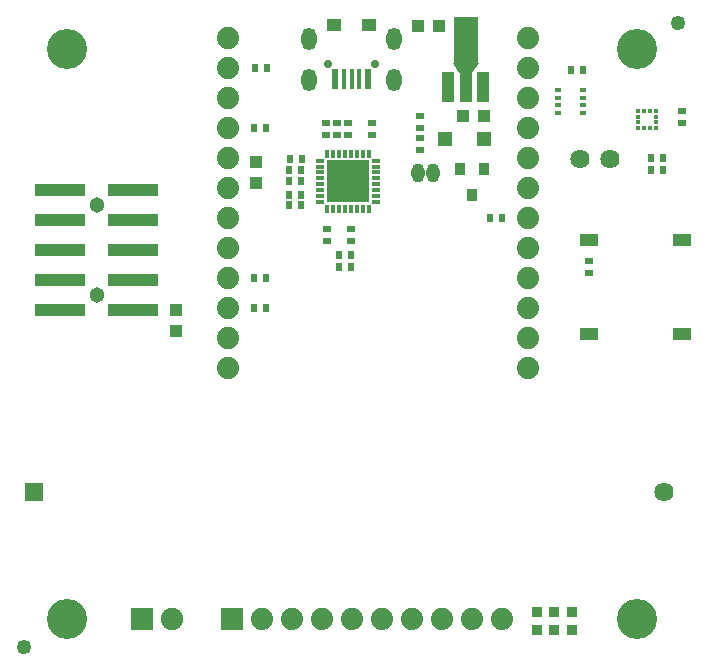
<source format=gbr>
G04 #@! TF.GenerationSoftware,KiCad,Pcbnew,5.1.5+dfsg1-2build2*
G04 #@! TF.CreationDate,2021-07-09T11:51:46+03:00*
G04 #@! TF.ProjectId,STM32WL-DevKit_RevB,53544d33-3257-44c2-9d44-65764b69745f,rev?*
G04 #@! TF.SameCoordinates,Original*
G04 #@! TF.FileFunction,Soldermask,Top*
G04 #@! TF.FilePolarity,Negative*
%FSLAX46Y46*%
G04 Gerber Fmt 4.6, Leading zero omitted, Abs format (unit mm)*
G04 Created by KiCad (PCBNEW 5.1.5+dfsg1-2build2) date 2021-07-09 11:51:46*
%MOMM*%
%LPD*%
G04 APERTURE LIST*
%ADD10O,1.101600X1.601600*%
%ADD11R,0.402000X0.702000*%
%ADD12R,0.702000X0.402000*%
%ADD13R,3.552000X3.552000*%
%ADD14C,1.626000*%
%ADD15R,0.651600X0.601600*%
%ADD16C,0.100000*%
%ADD17R,2.100580X4.102100*%
%ADD18R,1.102360X2.603500*%
%ADD19R,0.601600X1.751600*%
%ADD20R,0.426600X1.751600*%
%ADD21C,0.701600*%
%ADD22R,1.201600X1.101600*%
%ADD23O,1.301600X1.901600*%
%ADD24R,1.301600X1.301600*%
%ADD25R,0.901600X1.001600*%
%ADD26C,1.901600*%
%ADD27R,1.901600X1.901600*%
%ADD28R,0.901600X0.901600*%
%ADD29R,0.601600X0.651600*%
%ADD30R,0.602000X0.652000*%
%ADD31R,1.117600X1.117600*%
%ADD32C,1.880000*%
%ADD33C,1.254000*%
%ADD34C,3.402000*%
%ADD35R,0.350000X0.375000*%
%ADD36R,0.375000X0.350000*%
%ADD37R,0.600000X0.425000*%
%ADD38C,1.301600*%
%ADD39R,4.351600X1.101600*%
%ADD40R,1.625600X1.117600*%
%ADD41C,1.879600*%
%ADD42R,1.879600X1.879600*%
%ADD43C,1.625600*%
%ADD44R,1.625600X1.625600*%
G04 APERTURE END LIST*
D10*
X90693400Y-100685600D03*
X89443400Y-100685600D03*
D11*
X81765200Y-103721400D03*
X82265200Y-103721400D03*
X82765200Y-103721400D03*
X83265200Y-103721400D03*
X83765200Y-103721400D03*
X84265200Y-103721400D03*
X84765200Y-103721400D03*
X85265200Y-103721400D03*
D12*
X85865200Y-103121400D03*
X85865200Y-102621400D03*
X85865200Y-102121400D03*
X85865200Y-101621400D03*
X85865200Y-101121400D03*
X85865200Y-100621400D03*
X85865200Y-100121400D03*
X85865200Y-99621400D03*
D11*
X85265200Y-99021400D03*
X84765200Y-99021400D03*
X84265200Y-99021400D03*
X83765200Y-99021400D03*
X83265200Y-99021400D03*
X82765200Y-99021400D03*
X82265200Y-99021400D03*
X81765200Y-99021400D03*
D12*
X81165200Y-99621400D03*
X81165200Y-100121400D03*
X81165200Y-100621400D03*
X81165200Y-101121400D03*
X81165200Y-101621400D03*
X81165200Y-102121400D03*
X81165200Y-102621400D03*
X81165200Y-103121400D03*
D13*
X83515200Y-101371400D03*
D14*
X83515200Y-101371400D03*
D15*
X111760000Y-96393000D03*
X111760000Y-95377000D03*
D16*
G36*
X94567770Y-91382850D02*
G01*
X93999542Y-92233750D01*
X92944458Y-92233750D01*
X92376230Y-91382850D01*
X94567770Y-91382850D01*
G37*
D17*
X93472000Y-89458800D03*
D18*
X94973140Y-93411040D03*
X93472000Y-93411040D03*
X91970860Y-93411040D03*
D19*
X85207500Y-92685000D03*
D20*
X84470000Y-92685000D03*
X83820000Y-92685000D03*
X83170000Y-92685000D03*
D19*
X82432500Y-92685000D03*
D21*
X85820000Y-91435000D03*
X81820000Y-91435000D03*
D22*
X85320000Y-88135000D03*
X82320000Y-88135000D03*
D23*
X87420000Y-89285000D03*
X87420000Y-92755000D03*
X80220000Y-92755000D03*
X80220000Y-89285000D03*
D24*
X95030800Y-97815400D03*
X91760800Y-97815400D03*
D25*
X95030800Y-100347600D03*
X93030800Y-100347600D03*
X94030800Y-102547600D03*
D26*
X68580000Y-138430000D03*
D27*
X66040000Y-138430000D03*
D28*
X99491800Y-137795000D03*
X99491800Y-139319000D03*
X100990400Y-137795000D03*
X100990400Y-139319000D03*
X102463600Y-137795000D03*
X102463600Y-139319000D03*
D29*
X79578200Y-103403400D03*
X78562200Y-103403400D03*
D15*
X89636600Y-95808800D03*
X89636600Y-96824800D03*
X89636600Y-97688400D03*
X89636600Y-98704400D03*
X81635600Y-97434400D03*
X81635600Y-96418400D03*
X83515200Y-97434400D03*
X83515200Y-96418400D03*
X82550000Y-97434400D03*
X82550000Y-96418400D03*
D29*
X83769200Y-108585000D03*
X82753200Y-108585000D03*
X78587600Y-99466400D03*
X79603600Y-99466400D03*
X78562200Y-100406200D03*
X79578200Y-100406200D03*
X78562200Y-101320600D03*
X79578200Y-101320600D03*
X79552800Y-102489000D03*
X78536800Y-102489000D03*
D30*
X95504000Y-104444800D03*
X96520000Y-104444800D03*
D15*
X85572600Y-96469200D03*
X85572600Y-97485200D03*
X83769200Y-106451400D03*
X83769200Y-105435400D03*
D31*
X93243400Y-95859600D03*
X95021400Y-95859600D03*
D29*
X83769200Y-107569001D03*
X82753200Y-107569001D03*
D31*
X91211400Y-88239600D03*
X89433400Y-88239600D03*
D15*
X81762600Y-106451400D03*
X81762600Y-105435400D03*
D32*
X98724000Y-89210000D03*
X98724000Y-91750000D03*
X98724000Y-94290000D03*
X98724000Y-96830000D03*
X98724000Y-99370000D03*
X98724000Y-101910000D03*
X98724000Y-104450000D03*
X98724000Y-106990000D03*
X98724000Y-109530000D03*
X98724000Y-112070000D03*
X98724000Y-114610000D03*
X98724000Y-117150000D03*
X73324000Y-89210000D03*
X73324000Y-91750000D03*
X73324000Y-94290000D03*
X73324000Y-96830000D03*
X73324000Y-99370000D03*
X73324000Y-101910000D03*
X73324000Y-104450000D03*
X73324000Y-106990000D03*
X73324000Y-109530000D03*
X73324000Y-112070000D03*
X73324000Y-114610000D03*
X73324000Y-117150000D03*
D33*
X56108600Y-140766800D03*
X111429800Y-87985600D03*
D34*
X107950000Y-90170000D03*
X59690000Y-90170000D03*
X107950000Y-138430000D03*
X59690000Y-138430000D03*
D35*
X108589000Y-95389000D03*
X109089000Y-95389000D03*
D36*
X109589000Y-95389000D03*
X109589000Y-95889000D03*
X109589000Y-96389000D03*
X109589000Y-96889000D03*
D35*
X109089000Y-96889000D03*
X108589000Y-96889000D03*
D36*
X108089000Y-96889000D03*
X108089000Y-96389000D03*
X108089000Y-95889000D03*
X108089000Y-95389000D03*
D37*
X101337000Y-93640000D03*
X101337000Y-94290000D03*
X101337000Y-94940000D03*
X101337000Y-95590000D03*
X103387000Y-95590000D03*
X103387000Y-94940000D03*
X103387000Y-94290000D03*
X103387000Y-93640000D03*
D38*
X62230000Y-103378000D03*
D39*
X65355000Y-112268000D03*
X59105000Y-112268000D03*
X65355000Y-109728000D03*
X59105000Y-109728000D03*
X65355000Y-107188000D03*
X59105000Y-107188000D03*
X65355000Y-104648000D03*
X59105000Y-104648000D03*
X65355000Y-102108000D03*
X59105000Y-102108000D03*
D38*
X62230000Y-110998000D03*
D40*
X111760000Y-106299000D03*
X103886000Y-106299000D03*
X111760000Y-114300000D03*
X103886000Y-114300000D03*
D29*
X75565000Y-109524800D03*
X76581000Y-109524800D03*
X75565000Y-112064800D03*
X76581000Y-112064800D03*
D30*
X109143800Y-100380800D03*
X110159800Y-100380800D03*
D14*
X105664000Y-99441000D03*
X103124000Y-99441000D03*
D29*
X76555600Y-96850200D03*
X75539600Y-96850200D03*
X76657200Y-91770200D03*
X75641200Y-91770200D03*
D41*
X81280000Y-138430000D03*
X78740000Y-138430000D03*
X76200000Y-138430000D03*
D42*
X73660000Y-138430000D03*
D41*
X83820000Y-138430000D03*
X86360000Y-138430000D03*
X91440000Y-138430000D03*
X88900000Y-138430000D03*
X93980000Y-138430000D03*
X96520000Y-138430000D03*
D15*
X103886000Y-109093000D03*
X103886000Y-108077000D03*
D31*
X68961000Y-112268000D03*
X68961000Y-114046000D03*
D29*
X103378000Y-91948000D03*
X102362000Y-91948000D03*
D31*
X75692000Y-99695000D03*
X75692000Y-101473000D03*
D29*
X110159800Y-99364800D03*
X109143800Y-99364800D03*
D43*
X110240000Y-127640000D03*
D44*
X56900000Y-127640000D03*
M02*

</source>
